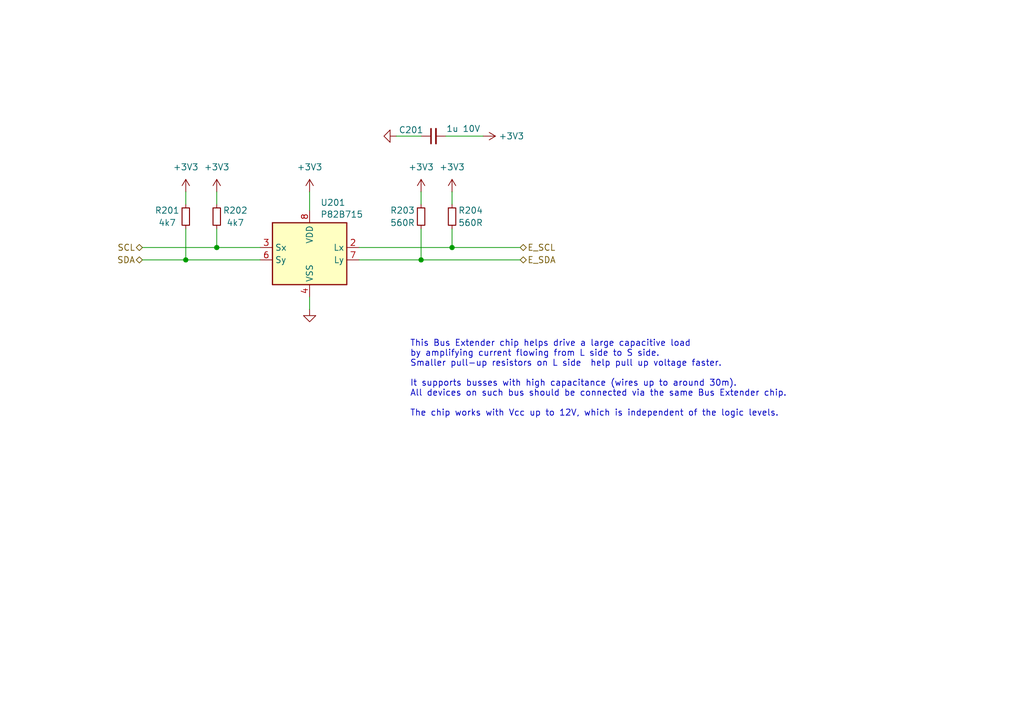
<source format=kicad_sch>
(kicad_sch (version 20231120) (generator "eeschema") (generator_version "8.0")
  (paper "A5")
  (lib_symbols
    (symbol "Device:C_Small" (pin_numbers hide) (pin_names (offset 0.254) hide)
      (property "Reference" "C" (at 0.254 1.778 0))
      (property "Value" "C_Small" (at 0.254 -2.032 0))
      (symbol "C_Small_0_1"
        (polyline (pts (xy -1.524 -0.508) (xy 1.524 -0.508)) (stroke (width 0.3302)))
        (polyline (pts (xy -1.524 0.508) (xy 1.524 0.508)) (stroke (width 0.3048)))
      )
      (symbol "C_Small_1_1"
        (pin passive line (at 0 2.54 270) (length 2.032) (name "~") (number "1"))
        (pin passive line (at 0 -2.54 90) (length 2.032) (name "~") (number "2"))
      )
    )
    (symbol "Device:R_Small" (pin_numbers hide) (pin_names (offset 0.254) hide)
      (property "Reference" "R" (at 0.762 0.508 0))
      (property "Value" "R_Small" (at 0.762 -1.016 0))
      (symbol "R_Small_0_1"
        (rectangle (start -0.762 1.778) (end 0.762 -1.778) (stroke (width 0.2032)))
      )
      (symbol "R_Small_1_1"
        (pin passive line (at 0 2.54 270) (length 0.762) (name "~") (number "1"))
        (pin passive line (at 0 -2.54 90) (length 0.762) (name "~") (number "2"))
      )
    )
    (symbol "Interface_Expansion:PCA9536D"
      (property "Reference" "U1901" (at 2.1941 9.2245 0))
      (property "Value" "P82B715" (at 2.1941 6.8002 0))
      (symbol "PCA9536D_0_1"
        (rectangle (start -7.62 5.08) (end 7.62 -7.62) (stroke (width 0.254)) (fill (type background)))
      )
      (symbol "PCA9536D_1_1"
        (pin bidirectional line (at 10.16 0 180) (length 2.54) (name "Lx") (number "2"))
        (pin bidirectional line (at -10.16 0 0) (length 2.54) (name "Sx") (number "3"))
        (pin power_in line (at 0 -10.16 90) (length 2.54) (name "VSS") (number "4"))
        (pin bidirectional line (at -10.16 -2.54 0) (length 2.54) (name "Sy") (number "6"))
        (pin bidirectional line (at 10.16 -2.54 180) (length 2.54) (name "Ly") (number "7"))
        (pin power_in line (at 0 7.62 270) (length 2.54) (name "VDD") (number "8"))
      )
    )
    (symbol "power:+3V3" (power) (pin_numbers hide) (pin_names (offset 0) hide)
      (property "Value" "+3V3" (at 0 3.556 0))
      (symbol "+3V3_0_1"
        (polyline (pts (xy -0.762 1.27) (xy 0 2.54)))
        (polyline (pts (xy 0 0) (xy 0 2.54)))
        (polyline (pts (xy 0 2.54) (xy 0.762 1.27)))
      )
      (symbol "+3V3_1_1"
        (pin power_in line (at 0 0 90) (length 0) (name "~") (number "1"))
      )
    )
    (symbol "power:GND" (power) (pin_numbers hide) (pin_names (offset 0) hide)
      (property "Value" "GND" (at 0 -3.81 0))
      (symbol "GND_0_1"
        (polyline (pts (xy 0 0) (xy 0 -1.27) (xy 1.27 -1.27) (xy 0 -2.54) (xy -1.27 -1.27) (xy 0 -1.27)))
      )
      (symbol "GND_1_1"
        (pin power_in line (at 0 0 270) (length 0) (name "~") (number "1"))
      )
    )
  )
  (junction (at 92.71 50.8))
  (junction (at 44.45 50.8))
  (junction (at 86.36 53.34))
  (junction (at 38.1 53.34))
  (wire (pts (xy 91.44 27.94) (xy 99.06 27.94)))
  (wire (pts (xy 73.66 53.34) (xy 86.36 53.34)))
  (wire (pts (xy 92.71 50.8) (xy 92.71 46.99)))
  (wire (pts (xy 63.5 60.96) (xy 63.5 63.5)))
  (wire (pts (xy 44.45 50.8) (xy 44.45 46.99)))
  (wire (pts (xy 38.1 53.34) (xy 38.1 46.99)))
  (wire (pts (xy 29.21 50.8) (xy 44.45 50.8)))
  (wire (pts (xy 63.5 39.37) (xy 63.5 43.18)))
  (wire (pts (xy 86.36 53.34) (xy 106.68 53.34)))
  (wire (pts (xy 29.21 53.34) (xy 38.1 53.34)))
  (wire (pts (xy 44.45 50.8) (xy 53.34 50.8)))
  (wire (pts (xy 86.36 39.37) (xy 86.36 41.91)))
  (wire (pts (xy 44.45 39.37) (xy 44.45 41.91)))
  (wire (pts (xy 92.71 39.37) (xy 92.71 41.91)))
  (wire (pts (xy 38.1 53.34) (xy 53.34 53.34)))
  (wire (pts (xy 38.1 39.37) (xy 38.1 41.91)))
  (wire (pts (xy 73.66 50.8) (xy 92.71 50.8)))
  (wire (pts (xy 81.28 27.94) (xy 86.36 27.94)))
  (wire (pts (xy 86.36 53.34) (xy 86.36 46.99)))
  (wire (pts (xy 92.71 50.8) (xy 106.68 50.8)))
  (text "This Bus Extender chip helps drive a large capacitive load\nby amplifying current flowing from L side to S side.\nSmaller pull-up resistors on L side  help pull up voltage faster.\n\nIt supports busses with high capacitance (wires up to around 30m).\nAll devices on such bus should be connected via the same Bus Extender chip.\n\nThe chip works with Vcc up to 12V, which is independent of the logic levels.\n" (at 84.074 77.724 0) (effects (font (size 1.27 1.27)) (justify left)))
  (hierarchical_label "E_SCL" (shape bidirectional) (at 106.68 50.8 0))
  (hierarchical_label "E_SDA" (shape bidirectional) (at 106.68 53.34 0))
  (hierarchical_label "SDA" (shape bidirectional) (at 29.21 53.34 180))
  (hierarchical_label "SCL" (shape bidirectional) (at 29.21 50.8 180))
  (symbol (lib_id "power:+3V3") (at 38.1 39.37 0) (unit 1)
    (property "Reference" "#PWR0201" (effects (hide yes)))
    (property "Value" "+3V3" (at 38.1 34.29 0))
    (property "Description" "Power symbol creates a global label with name \"+3V3\"" (effects (hide yes)))
  )
  (symbol (lib_id "Interface_Expansion:PCA9536D") (at 63.5 50.8 0) (unit 1)
    (property "Reference" "U201" (at 65.6941 41.5755 0) (effects (justify left)))
    (property "Value" "P82B715" (at 65.6941 43.9998 0) (effects (justify left)))
    (property "Footprint" "Package_SO:SOIC-8_3.9x4.9mm_P1.27mm" (effects (hide yes)))
    (property "Datasheet" "https://www.nxp.com/docs/en/data-sheet/P82B715.pdf" (effects (hide yes)))
    (property "Description" "I2C-bus extender, SOIC-8" (effects (hide yes)))
  )
  (symbol (lib_id "power:+3V3") (at 44.45 39.37 0) (unit 1)
    (property "Reference" "#PWR0202" (effects (hide yes)))
    (property "Value" "+3V3" (at 44.45 34.29 0))
    (property "Description" "Power symbol creates a global label with name \"+3V3\"" (effects (hide yes)))
  )
  (symbol (lib_id "power:+3V3") (at 86.36 39.37 0) (unit 1)
    (property "Reference" "#PWR0206" (effects (hide yes)))
    (property "Value" "+3V3" (at 86.36 34.29 0))
    (property "Description" "Power symbol creates a global label with name \"+3V3\"" (effects (hide yes)))
  )
  (symbol (lib_id "power:+3V3") (at 92.71 39.37 0) (unit 1)
    (property "Reference" "#PWR0207" (effects (hide yes)))
    (property "Value" "+3V3" (at 92.71 34.29 0))
    (property "Description" "Power symbol creates a global label with name \"+3V3\"" (effects (hide yes)))
  )
  (symbol (lib_id "power:+3V3") (at 63.5 39.37 0) (unit 1)
    (property "Reference" "#PWR0203" (effects (hide yes)))
    (property "Value" "+3V3" (at 63.5 34.29 0))
    (property "Description" "Power symbol creates a global label with name \"+3V3\"" (effects (hide yes)))
  )
  (symbol (lib_id "Device:R_Small") (at 92.71 44.45 0) (mirror x) (unit 1)
    (property "Reference" "R204" (at 96.52 43.18 0))
    (property "Value" "560R" (at 96.52 45.72 0))
    (property "Footprint" "Resistor_SMD:R_0603_1608Metric" (effects (hide yes)))
  )
  (symbol (lib_id "power:GND") (at 63.5 63.5 0) (unit 1)
    (property "Reference" "#PWR0204" (effects (hide yes)))
    (property "Value" "GND" (effects (hide yes)))
  )
  (symbol (lib_id "Device:R_Small") (at 38.1 44.45 180) (unit 1)
    (property "Reference" "R201" (at 34.29 43.18 0))
    (property "Value" "4k7" (at 34.29 45.72 0))
    (property "Footprint" "Resistor_SMD:R_0603_1608Metric" (effects (hide yes)))
  )
  (symbol (lib_id "Device:R_Small") (at 44.45 44.45 0) (mirror x) (unit 1)
    (property "Reference" "R202" (at 48.26 43.18 0))
    (property "Value" "4k7" (at 48.26 45.72 0))
    (property "Footprint" "Resistor_SMD:R_0603_1608Metric" (effects (hide yes)))
  )
  (symbol (lib_id "power:GND") (at 81.28 27.94 270) (unit 1)
    (property "Reference" "#PWR0205" (effects (hide yes)))
    (property "Value" "GND" (effects (hide yes)))
  )
  (symbol (lib_id "Device:C_Small") (at 88.9 27.94 90) (unit 1)
    (property "Reference" "C201" (at 86.868 26.67 90) (effects (justify left)))
    (property "Value" "1u 10V" (at 98.552 26.416 90) (effects (justify left)))
    (property "Footprint" "Capacitor_SMD:C_0603_1608Metric" (effects (hide yes)))
  )
  (symbol (lib_id "Device:R_Small") (at 86.36 44.45 180) (unit 1)
    (property "Reference" "R203" (at 82.55 43.18 0))
    (property "Value" "560R" (at 82.55 45.72 0))
    (property "Footprint" "Resistor_SMD:R_0603_1608Metric" (effects (hide yes)))
  )
  (symbol (lib_id "power:+3V3") (at 99.06 27.94 270) (unit 1)
    (property "Reference" "#PWR0208" (effects (hide yes)))
    (property "Value" "+3V3" (at 102.235 27.94 90) (effects (justify left)))
    (property "Description" "Power symbol creates a global label with name \"+3V3\"" (effects (hide yes)))
  )
)
</source>
